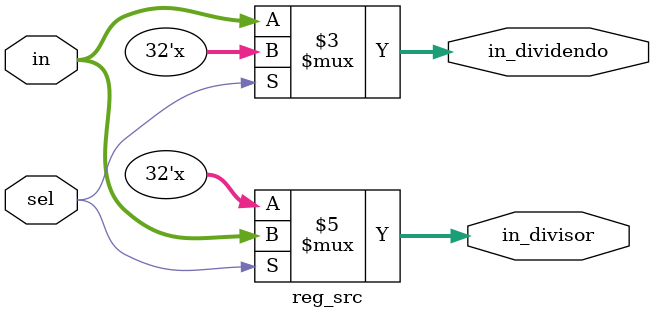
<source format=v>
module reg_src (
    input [31:0]in,
    input sel,
    output reg [31:0] in_divisor,
    output reg [31:0] in_dividendo
);

always @* begin
    case (sel)
        1'b0: in_dividendo = in;
        1'b1: in_divisor = in;
    endcase
end
endmodule

</source>
